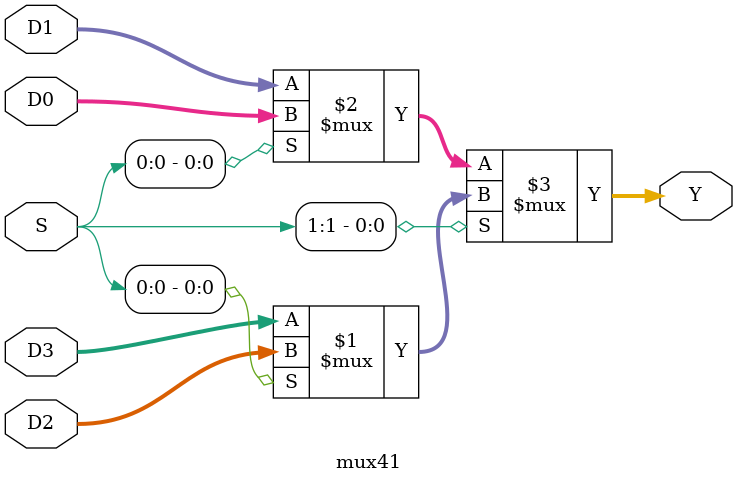
<source format=v>

module mux21(
D0,
D1,
S,
Y
);

parameter WIDTH = 32;

input [WIDTH-1:0] D0;
input [WIDTH-1:0] D1;
input S;
output [WIDTH-1:0] Y;
wire [WIDTH-1:0] D0;
wire [WIDTH-1:0] D1; 
wire S;
wire [WIDTH-1:0] Y;

assign Y = S ? D1 : D0;
endmodule

// Author: David Foster
// Last modified: 7/5/2017
// Module name: mux41
// Module Desc: 4 to 1 32-bit (default) multiplexer
// Inputs: 
//		D0, D1, D2, D3 -  data inputs
//		S - 2 bit select line 
// Outputs: Y -  switched output
// Internal parameters: WIDTH - bit size of inputs/output
// Function: standard MUX

module mux41(
D0,	// input for S = 00
D1, // input for S = 01
D2, // input for S = 10
D3, // input for S = 11
S,  // 2-bit select line
Y	// switched output
);

parameter WIDTH = 32;

input [WIDTH-1:0] D0;
input [WIDTH-1:0] D1;
input [WIDTH-1:0] D2;
input [WIDTH-1:0] D3;  
input [1:0] S;
output [WIDTH-1:0] Y;
wire [WIDTH-1:0] D0;
wire [WIDTH-1:0] D1;
wire [WIDTH-1:0] D2;
wire [WIDTH-1:0] D3;
wire [WIDTH-1:0] Y;
wire [1:0] S;

assign Y = S[1]?(S[0]? D2:D3):(S[0]?D0:D1);
endmodule









</source>
